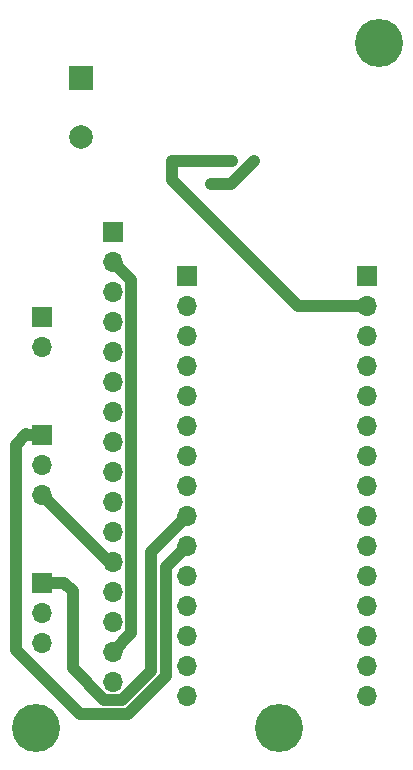
<source format=gbl>
G04 #@! TF.FileFunction,Copper,L2,Bot,Signal*
%FSLAX46Y46*%
G04 Gerber Fmt 4.6, Leading zero omitted, Abs format (unit mm)*
G04 Created by KiCad (PCBNEW 4.0.7) date 03/27/18 13:34:48*
%MOMM*%
%LPD*%
G01*
G04 APERTURE LIST*
%ADD10C,0.100000*%
%ADD11C,4.064000*%
%ADD12R,1.700000X1.700000*%
%ADD13O,1.700000X1.700000*%
%ADD14R,2.000000X2.000000*%
%ADD15C,2.000000*%
%ADD16C,1.000000*%
%ADD17C,1.000000*%
G04 APERTURE END LIST*
D10*
D11*
X134500000Y-51500000D03*
D12*
X106000000Y-74750000D03*
D13*
X106000000Y-77290000D03*
D12*
X118250000Y-71250000D03*
D13*
X118250000Y-73790000D03*
X118250000Y-76330000D03*
X118250000Y-78870000D03*
X118250000Y-81410000D03*
X118250000Y-83950000D03*
X118250000Y-86490000D03*
X118250000Y-89030000D03*
X118250000Y-91570000D03*
X118250000Y-94110000D03*
X118250000Y-96650000D03*
X118250000Y-99190000D03*
X118250000Y-101730000D03*
X118250000Y-104270000D03*
X118250000Y-106810000D03*
D12*
X133500000Y-71250000D03*
D13*
X133500000Y-73790000D03*
X133500000Y-76330000D03*
X133500000Y-78870000D03*
X133500000Y-81410000D03*
X133500000Y-83950000D03*
X133500000Y-86490000D03*
X133500000Y-89030000D03*
X133500000Y-91570000D03*
X133500000Y-94110000D03*
X133500000Y-96650000D03*
X133500000Y-99190000D03*
X133500000Y-101730000D03*
X133500000Y-104270000D03*
X133500000Y-106810000D03*
D14*
X109250000Y-54500000D03*
D15*
X109250000Y-59500000D03*
D12*
X106000000Y-84750000D03*
D13*
X106000000Y-87290000D03*
X106000000Y-89830000D03*
D12*
X106000000Y-97250000D03*
D13*
X106000000Y-99790000D03*
X106000000Y-102330000D03*
D12*
X112000000Y-67500000D03*
D13*
X112000000Y-70040000D03*
X112000000Y-72580000D03*
X112000000Y-75120000D03*
X112000000Y-77660000D03*
X112000000Y-80200000D03*
X112000000Y-82740000D03*
X112000000Y-85280000D03*
X112000000Y-87820000D03*
X112000000Y-90360000D03*
X112000000Y-92900000D03*
X112000000Y-95440000D03*
X112000000Y-97980000D03*
X112000000Y-100520000D03*
X112000000Y-103060000D03*
X112000000Y-105600000D03*
D11*
X105500000Y-109500000D03*
X126000000Y-109500000D03*
D16*
X122050000Y-61500000D03*
X117000000Y-61500000D03*
X133500000Y-91570000D03*
X120250000Y-63500000D03*
X123950000Y-61500000D03*
D17*
X112000000Y-103060000D02*
X113550001Y-101509999D01*
X113550001Y-101509999D02*
X113550001Y-71590001D01*
X113550001Y-71590001D02*
X112849999Y-70889999D01*
X112849999Y-70889999D02*
X112000000Y-70040000D01*
X118250000Y-91570000D02*
X115196149Y-94623851D01*
X115196149Y-94623851D02*
X115196149Y-104697853D01*
X115196149Y-104697853D02*
X112744001Y-107150001D01*
X112744001Y-107150001D02*
X111255999Y-107150001D01*
X111255999Y-107150001D02*
X108557911Y-104451913D01*
X108557911Y-104451913D02*
X108557911Y-97957911D01*
X108557911Y-97957911D02*
X107850000Y-97250000D01*
X107850000Y-97250000D02*
X106000000Y-97250000D01*
X106000000Y-84750000D02*
X104730000Y-84750000D01*
X109216141Y-108350010D02*
X113241062Y-108350010D01*
X104730000Y-84750000D02*
X104650000Y-84670000D01*
X104650000Y-84670000D02*
X103749988Y-85570012D01*
X103749988Y-85570012D02*
X103749988Y-102883857D01*
X103749988Y-102883857D02*
X109216141Y-108350010D01*
X113241062Y-108350010D02*
X116500000Y-105091072D01*
X116500000Y-105091072D02*
X116500000Y-95860000D01*
X116500000Y-95860000D02*
X117400001Y-94959999D01*
X117400001Y-94959999D02*
X118250000Y-94110000D01*
X122050000Y-61500000D02*
X117000000Y-61500000D01*
X112000000Y-95440000D02*
X111610000Y-95440000D01*
X111610000Y-95440000D02*
X106000000Y-89830000D01*
X112000000Y-95440000D02*
X112000000Y-95250000D01*
X117000000Y-61500000D02*
X117000000Y-63125000D01*
X117000000Y-63125000D02*
X127665000Y-73790000D01*
X127665000Y-73790000D02*
X132297919Y-73790000D01*
X132297919Y-73790000D02*
X133500000Y-73790000D01*
X120250000Y-63500000D02*
X121950000Y-63500000D01*
X121950000Y-63500000D02*
X123950000Y-61500000D01*
M02*

</source>
